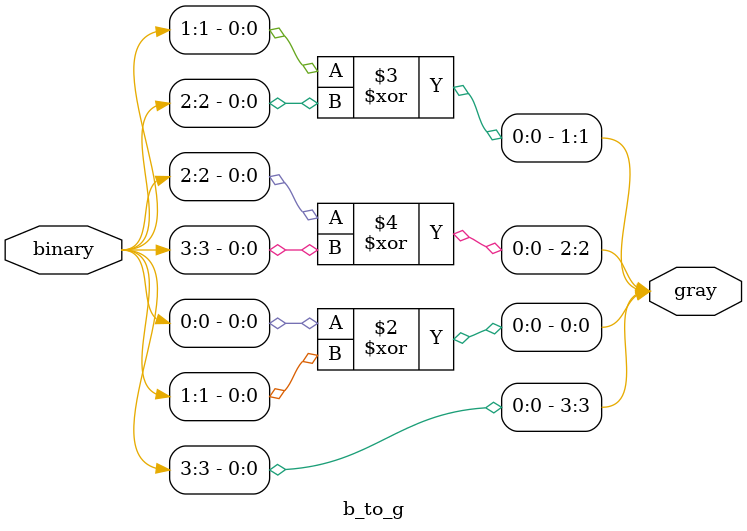
<source format=v>

module b_to_g(binary,gray);
input [3:0] binary;
output [3:0] gray;
reg [3:0] gray;

always@(binary)
begin
	gray[0]=binary[0]^binary[1];
	gray[1]=binary[1]^binary[2];
	gray[2]=binary[2]^binary[3];
	gray[3]=binary[3];
end

endmodule

</source>
